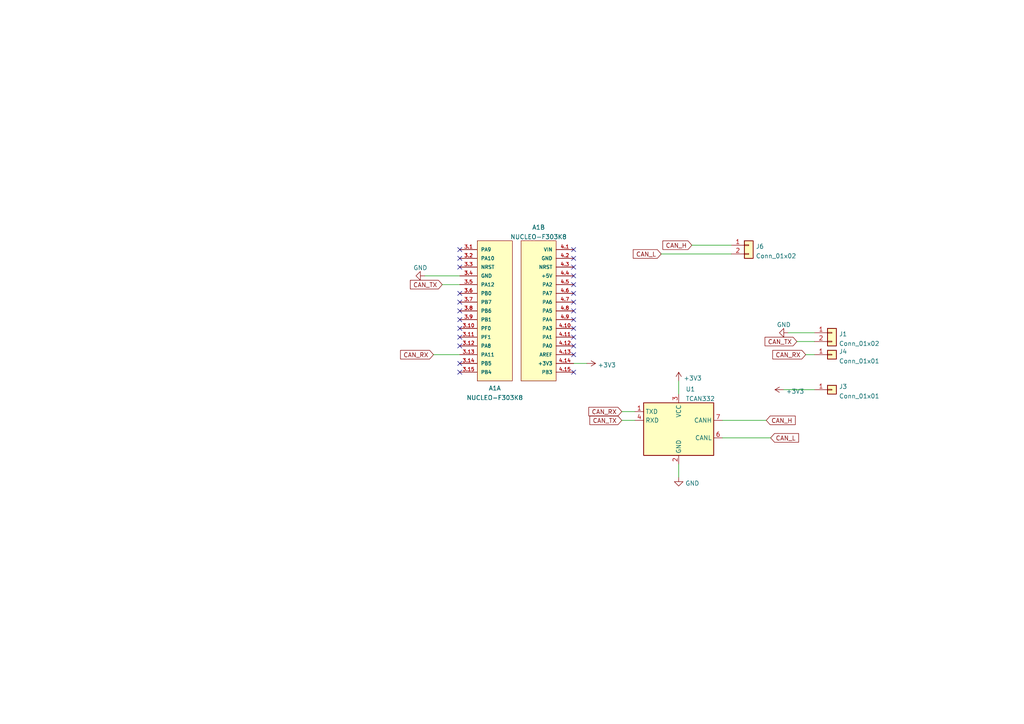
<source format=kicad_sch>
(kicad_sch (version 20211123) (generator eeschema)
  (paper "A4")
  (lib_symbols
    (symbol "Connector_Generic:Conn_01x01" (pin_names (offset 1.016) hide)
      (property "Reference" "J" (at 0 2.54 0))
      (property "Value" "Conn_01x01" (at 0 -2.54 0))
      (symbol "Conn_01x01_1_1"
        (rectangle (start -1.27 0.127) (end 0 -0.127) (stroke (width 0.1524)))
        (rectangle (start -1.27 1.27) (end 1.27 -1.27) (stroke (width 0.254)) (fill (type background)))
        (pin passive line (at -5.08 0 0) (length 3.81) (name "Pin_1") (number "1"))
      )
    )
    (symbol "Connector_Generic:Conn_01x02" (pin_names (offset 1.016) hide)
      (property "Reference" "J" (at 0 2.54 0))
      (property "Value" "Conn_01x02" (at 0 -5.08 0))
      (symbol "Conn_01x02_1_1"
        (rectangle (start -1.27 -2.413) (end 0 -2.667) (stroke (width 0.1524)))
        (rectangle (start -1.27 0.127) (end 0 -0.127) (stroke (width 0.1524)))
        (rectangle (start -1.27 1.27) (end 1.27 -3.81) (stroke (width 0.254)) (fill (type background)))
        (pin passive line (at -5.08 0 0) (length 3.81) (name "Pin_1") (number "1"))
        (pin passive line (at -5.08 -2.54 0) (length 3.81) (name "Pin_2") (number "2"))
      )
    )
    (symbol "Interface_CAN_LIN:TCAN332"
      (property "Reference" "U" (at -10.16 8.89 0))
      (property "Value" "TCAN332" (at 2.54 8.89 0))
      (symbol "TCAN332_0_1"
        (rectangle (start -10.16 7.62) (end 10.16 -7.62) (stroke (width 0.254)) (fill (type background)))
      )
      (symbol "TCAN332_1_1"
        (pin input line (at -12.7 5.08 0) (length 2.54) (name "TXD") (number "1"))
        (pin power_in line (at 0 -10.16 90) (length 2.54) (name "GND") (number "2"))
        (pin power_in line (at 0 10.16 270) (length 2.54) (name "VCC") (number "3"))
        (pin tri_state line (at -12.7 2.54 0) (length 2.54) (name "RXD") (number "4"))
        (pin no_connect line (at -10.16 -2.54 0) (length 2.54) hide (name "NC") (number "5"))
        (pin bidirectional line (at 12.7 -2.54 180) (length 2.54) (name "CANL") (number "6"))
        (pin bidirectional line (at 12.7 2.54 180) (length 2.54) (name "CANH") (number "7"))
        (pin no_connect line (at -10.16 -5.08 0) (length 2.54) hide (name "NC") (number "8"))
      )
    )
    (symbol "NUCLEO-F303K8:NUCLEO-F303K8" (pin_names (offset 1.016))
      (property "Reference" "A" (at -5.08 20.8534 0))
      (property "Value" "NUCLEO-F303K8" (at -5.08 -22.6314 0))
      (symbol "NUCLEO-F303K8_1_0"
        (rectangle (start -5.08 -20.32) (end 5.08 20.32) (stroke (width 0.1524)) (fill (type background)))
        (pin bidirectional line (at 10.16 17.78 180) (length 5.08) (name "PA9") (number "3.1"))
        (pin bidirectional line (at 10.16 -5.08 180) (length 5.08) (name "PF0") (number "3.10"))
        (pin bidirectional line (at 10.16 -7.62 180) (length 5.08) (name "PF1") (number "3.11"))
        (pin bidirectional line (at 10.16 -10.16 180) (length 5.08) (name "PA8") (number "3.12"))
        (pin bidirectional line (at 10.16 -12.7 180) (length 5.08) (name "PA11") (number "3.13"))
        (pin bidirectional line (at 10.16 -15.24 180) (length 5.08) (name "PB5") (number "3.14"))
        (pin bidirectional line (at 10.16 -17.78 180) (length 5.08) (name "PB4") (number "3.15"))
        (pin bidirectional line (at 10.16 15.24 180) (length 5.08) (name "PA10") (number "3.2"))
        (pin bidirectional line (at 10.16 12.7 180) (length 5.08) (name "NRST") (number "3.3"))
        (pin bidirectional line (at 10.16 10.16 180) (length 5.08) (name "GND") (number "3.4"))
        (pin bidirectional line (at 10.16 7.62 180) (length 5.08) (name "PA12") (number "3.5"))
        (pin bidirectional line (at 10.16 5.08 180) (length 5.08) (name "PB0") (number "3.6"))
        (pin bidirectional line (at 10.16 2.54 180) (length 5.08) (name "PB7") (number "3.7"))
        (pin bidirectional line (at 10.16 0 180) (length 5.08) (name "PB6") (number "3.8"))
        (pin bidirectional line (at 10.16 -2.54 180) (length 5.08) (name "PB1") (number "3.9"))
      )
      (symbol "NUCLEO-F303K8_2_0"
        (rectangle (start -5.08 -20.32) (end 5.08 20.32) (stroke (width 0.1524)) (fill (type background)))
        (pin bidirectional line (at 10.16 17.78 180) (length 5.08) (name "VIN") (number "4.1"))
        (pin bidirectional line (at 10.16 -5.08 180) (length 5.08) (name "PA3") (number "4.10"))
        (pin bidirectional line (at 10.16 -7.62 180) (length 5.08) (name "PA1") (number "4.11"))
        (pin bidirectional line (at 10.16 -10.16 180) (length 5.08) (name "PA0") (number "4.12"))
        (pin bidirectional line (at 10.16 -12.7 180) (length 5.08) (name "AREF") (number "4.13"))
        (pin bidirectional line (at 10.16 -15.24 180) (length 5.08) (name "+3V3") (number "4.14"))
        (pin bidirectional line (at 10.16 -17.78 180) (length 5.08) (name "PB3") (number "4.15"))
        (pin bidirectional line (at 10.16 15.24 180) (length 5.08) (name "GND") (number "4.2"))
        (pin bidirectional line (at 10.16 12.7 180) (length 5.08) (name "NRST") (number "4.3"))
        (pin bidirectional line (at 10.16 10.16 180) (length 5.08) (name "+5V") (number "4.4"))
        (pin bidirectional line (at 10.16 7.62 180) (length 5.08) (name "PA2") (number "4.5"))
        (pin bidirectional line (at 10.16 5.08 180) (length 5.08) (name "PA7") (number "4.6"))
        (pin bidirectional line (at 10.16 2.54 180) (length 5.08) (name "PA6") (number "4.7"))
        (pin bidirectional line (at 10.16 0 180) (length 5.08) (name "PA5") (number "4.8"))
        (pin bidirectional line (at 10.16 -2.54 180) (length 5.08) (name "PA4") (number "4.9"))
      )
    )
    (symbol "power:+3.3V" (power) (pin_names (offset 0))
      (property "Value" "+3.3V" (at 0 3.556 0))
      (symbol "+3.3V_0_1"
        (polyline (pts (xy -0.762 1.27) (xy 0 2.54)))
        (polyline (pts (xy 0 0) (xy 0 2.54)))
        (polyline (pts (xy 0 2.54) (xy 0.762 1.27)))
      )
      (symbol "+3.3V_1_1"
        (pin power_in line (at 0 0 90) (length 0) hide (name "+3V3") (number "1"))
      )
    )
    (symbol "power:GND" (power) (pin_names (offset 0))
      (property "Value" "GND" (at 0 -3.81 0))
      (symbol "GND_0_1"
        (polyline (pts (xy 0 0) (xy 0 -1.27) (xy 1.27 -1.27) (xy 0 -2.54) (xy -1.27 -1.27) (xy 0 -1.27)))
      )
      (symbol "GND_1_1"
        (pin power_in line (at 0 0 270) (length 0) hide (name "GND") (number "1"))
      )
    )
  )
  (no_connect (at 133.35 97.79))
  (no_connect (at 166.37 82.55))
  (no_connect (at 133.35 77.47))
  (no_connect (at 133.35 92.71))
  (no_connect (at 166.37 102.87))
  (no_connect (at 133.35 107.95))
  (no_connect (at 166.37 80.01))
  (no_connect (at 166.37 95.25))
  (no_connect (at 166.37 100.33))
  (no_connect (at 133.35 100.33))
  (no_connect (at 166.37 77.47))
  (no_connect (at 166.37 107.95))
  (no_connect (at 133.35 105.41))
  (no_connect (at 133.35 95.25))
  (no_connect (at 166.37 97.79))
  (no_connect (at 133.35 85.09))
  (no_connect (at 133.35 87.63))
  (no_connect (at 133.35 90.17))
  (no_connect (at 133.35 74.93))
  (no_connect (at 166.37 74.93))
  (no_connect (at 133.35 72.39))
  (no_connect (at 166.37 72.39))
  (no_connect (at 166.37 92.71))
  (no_connect (at 166.37 90.17))
  (no_connect (at 166.37 87.63))
  (no_connect (at 166.37 85.09))
  (wire (pts (xy 200.66 71.12) (xy 212.09 71.12)))
  (wire (pts (xy 209.55 121.92) (xy 222.25 121.92)))
  (wire (pts (xy 125.73 102.87) (xy 133.35 102.87)))
  (wire (pts (xy 233.68 102.87) (xy 236.22 102.87)))
  (wire (pts (xy 128.27 82.55) (xy 133.35 82.55)))
  (wire (pts (xy 123.19 80.01) (xy 133.35 80.01)))
  (wire (pts (xy 180.34 121.92) (xy 184.15 121.92)))
  (wire (pts (xy 196.85 134.62) (xy 196.85 138.43)))
  (wire (pts (xy 196.85 110.49) (xy 196.85 114.3)))
  (wire (pts (xy 180.34 119.38) (xy 184.15 119.38)))
  (wire (pts (xy 166.37 105.41) (xy 170.18 105.41)))
  (wire (pts (xy 209.55 127) (xy 223.52 127)))
  (wire (pts (xy 228.6 96.52) (xy 236.22 96.52)))
  (wire (pts (xy 212.09 73.66) (xy 191.77 73.66)))
  (wire (pts (xy 227.33 113.03) (xy 236.22 113.03)))
  (wire (pts (xy 231.14 99.06) (xy 236.22 99.06)))
  (global_label "CAN_RX" (shape input) (at 180.34 119.38 180) (property "Intersheet References" "${INTERSHEET_REFS}" (effects hide)))
  (global_label "CAN_RX" (shape input) (at 125.73 102.87 180) (property "Intersheet References" "${INTERSHEET_REFS}" (effects hide)))
  (global_label "CAN_H" (shape input) (at 200.66 71.12 180) (property "Intersheet References" "${INTERSHEET_REFS}" (effects hide)))
  (global_label "CAN_H" (shape input) (at 222.25 121.92 0) (property "Intersheet References" "${INTERSHEET_REFS}" (effects hide)))
  (global_label "CAN_L" (shape input) (at 191.77 73.66 180) (property "Intersheet References" "${INTERSHEET_REFS}" (effects hide)))
  (global_label "CAN_TX" (shape input) (at 231.14 99.06 180) (property "Intersheet References" "${INTERSHEET_REFS}" (effects hide)))
  (global_label "CAN_TX" (shape input) (at 180.34 121.92 180) (property "Intersheet References" "${INTERSHEET_REFS}" (effects hide)))
  (global_label "CAN_TX" (shape input) (at 128.27 82.55 180) (property "Intersheet References" "${INTERSHEET_REFS}" (effects hide)))
  (global_label "CAN_RX" (shape input) (at 233.68 102.87 180) (property "Intersheet References" "${INTERSHEET_REFS}" (effects hide)))
  (global_label "CAN_L" (shape input) (at 223.52 127 0) (property "Intersheet References" "${INTERSHEET_REFS}" (effects hide)))
  (symbol (lib_id "Connector_Generic:Conn_01x01") (at 241.3 102.87 0) (unit 1)
    (property "Reference" "J4" (at 243.332 101.9615 0) (effects (justify left)))
    (property "Value" "Conn_01x01" (at 243.332 104.7366 0) (effects (justify left)))
    (property "Footprint" "Connector_PinSocket_2.54mm:PinSocket_1x01_P2.54mm_Vertical" (effects hide))
  )
  (symbol (lib_id "NUCLEO-F303K8:NUCLEO-F303K8") (at 156.21 90.17 0) (unit 2)
    (property "Reference" "A1" (at 156.21 65.9343 0))
    (property "Value" "NUCLEO-F303K8" (at 156.21 68.7094 0))
    (property "Footprint" "empreinte:MODULE_NUCLEO-F303K8" (effects hide))
    (property "MANUFACTURER" "ST Microelectronics" (effects hide))
    (property "STANDARD" "Manufacturer rEcommendation" (effects hide))
    (property "PARTREV" "3" (effects hide))
  )
  (symbol (lib_id "power:GND") (at 228.6 96.52 270) (mirror x) (unit 1)
    (property "Reference" "#PWR0108" (effects hide))
    (property "Value" "GND" (at 227.33 94.1855 90))
  )
  (symbol (lib_id "power:+3.3V") (at 227.33 113.03 90) (unit 1)
    (property "Reference" "#PWR0110" (effects hide))
    (property "Value" "+3.3V" (at 227.965 113.509 90) (effects (justify right)))
  )
  (symbol (lib_id "Connector_Generic:Conn_01x02") (at 241.3 96.52 0) (unit 1)
    (property "Reference" "J1" (at 243.332 96.8815 0) (effects (justify left)))
    (property "Value" "Conn_01x02" (at 243.332 99.6566 0) (effects (justify left)))
    (property "Footprint" "Connector_PinSocket_2.54mm:PinSocket_1x02_P2.54mm_Vertical" (effects hide))
  )
  (symbol (lib_id "power:+3.3V") (at 170.18 105.41 270) (unit 1)
    (property "Reference" "#PWR0103" (effects hide))
    (property "Value" "+3.3V" (at 173.355 105.889 90) (effects (justify left)))
  )
  (symbol (lib_id "Interface_CAN_LIN:TCAN332") (at 196.85 124.46 0) (unit 1)
    (property "Reference" "U1" (at 198.8694 112.8735 0) (effects (justify left)))
    (property "Value" "TCAN332" (at 198.8694 115.6486 0) (effects (justify left)))
    (property "Footprint" "empreinte:SO-8_S" (effects hide))
    (property "Datasheet" "http://www.ti.com/lit/ds/symlink/tcan337.pdf" (effects hide))
  )
  (symbol (lib_id "Connector_Generic:Conn_01x01") (at 241.3 113.03 0) (unit 1)
    (property "Reference" "J3" (at 243.332 112.1215 0) (effects (justify left)))
    (property "Value" "Conn_01x01" (at 243.332 114.8966 0) (effects (justify left)))
    (property "Footprint" "Connector_PinSocket_2.54mm:PinSocket_1x01_P2.54mm_Vertical" (effects hide))
  )
  (symbol (lib_id "power:GND") (at 123.19 80.01 270) (mirror x) (unit 1)
    (property "Reference" "#PWR0107" (effects hide))
    (property "Value" "GND" (at 121.92 77.6755 90))
  )
  (symbol (lib_id "power:+3.3V") (at 196.85 110.49 0) (unit 1)
    (property "Reference" "#PWR0104" (effects hide))
    (property "Value" "+3.3V" (at 198.247 109.699 0) (effects (justify left)))
  )
  (symbol (lib_id "NUCLEO-F303K8:NUCLEO-F303K8") (at 143.51 90.17 0) (mirror y) (unit 1)
    (property "Reference" "A1" (at 143.51 112.5887 0))
    (property "Value" "NUCLEO-F303K8" (at 143.51 115.3638 0))
    (property "Footprint" "empreinte:MODULE_NUCLEO-F303K8" (effects hide))
    (property "MANUFACTURER" "ST Microelectronics" (effects hide))
    (property "STANDARD" "Manufacturer rEcommendation" (effects hide))
    (property "PARTREV" "3" (effects hide))
  )
  (symbol (lib_id "Connector_Generic:Conn_01x02") (at 217.17 71.12 0) (unit 1)
    (property "Reference" "J6" (at 219.202 71.4815 0) (effects (justify left)))
    (property "Value" "Conn_01x02" (at 219.202 74.2566 0) (effects (justify left)))
    (property "Footprint" "Connector_JST:JST_PH_B2B-PH-K_1x02_P2.00mm_Vertical" (effects hide))
  )
  (symbol (lib_id "power:GND") (at 196.85 138.43 0) (unit 1)
    (property "Reference" "#PWR0105" (effects hide))
    (property "Value" "GND" (at 198.755 140.179 0) (effects (justify left)))
  )
)
</source>
